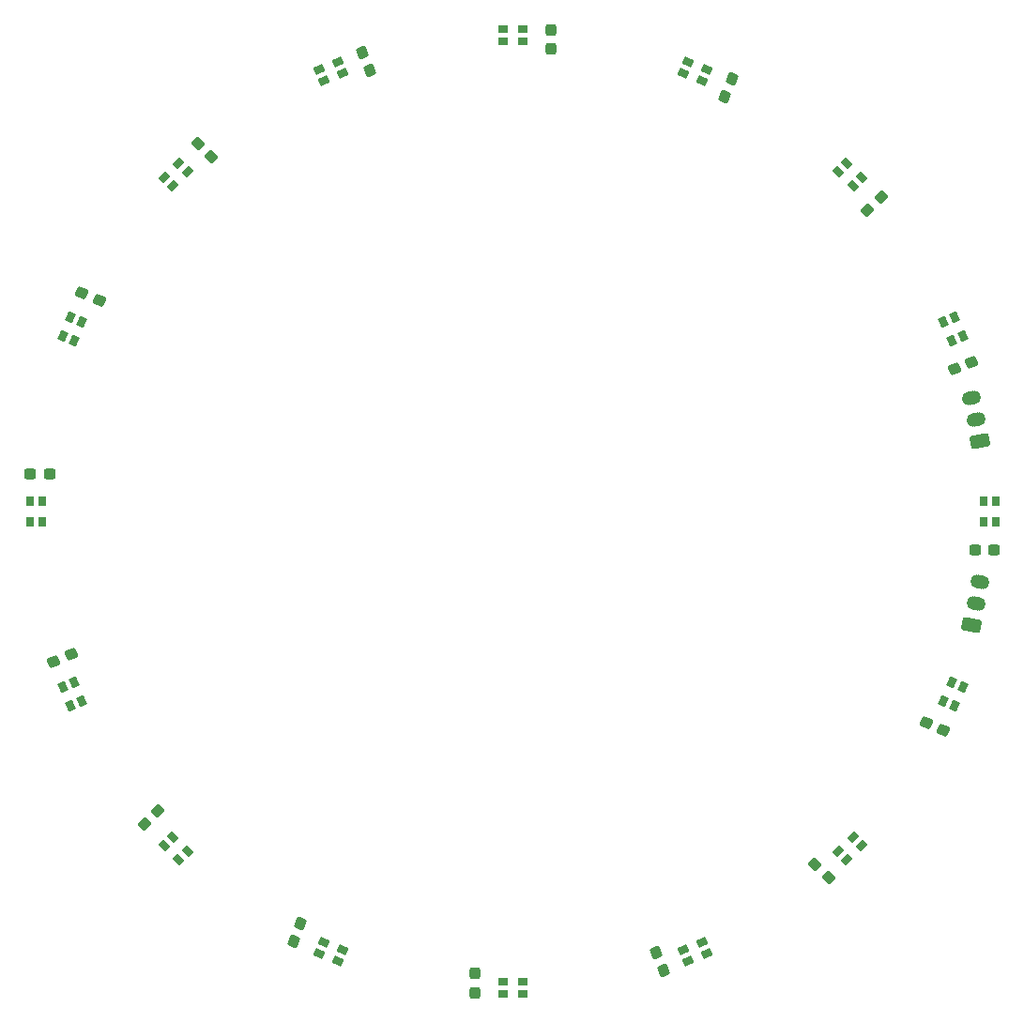
<source format=gbr>
%TF.GenerationSoftware,KiCad,Pcbnew,7.0.1*%
%TF.CreationDate,2024-02-10T23:33:58+09:00*%
%TF.ProjectId,LED_lighting_large,4c45445f-6c69-4676-9874-696e675f6c61,rev?*%
%TF.SameCoordinates,Original*%
%TF.FileFunction,Soldermask,Top*%
%TF.FilePolarity,Negative*%
%FSLAX46Y46*%
G04 Gerber Fmt 4.6, Leading zero omitted, Abs format (unit mm)*
G04 Created by KiCad (PCBNEW 7.0.1) date 2024-02-10 23:33:58*
%MOMM*%
%LPD*%
G01*
G04 APERTURE LIST*
G04 Aperture macros list*
%AMRoundRect*
0 Rectangle with rounded corners*
0 $1 Rounding radius*
0 $2 $3 $4 $5 $6 $7 $8 $9 X,Y pos of 4 corners*
0 Add a 4 corners polygon primitive as box body*
4,1,4,$2,$3,$4,$5,$6,$7,$8,$9,$2,$3,0*
0 Add four circle primitives for the rounded corners*
1,1,$1+$1,$2,$3*
1,1,$1+$1,$4,$5*
1,1,$1+$1,$6,$7*
1,1,$1+$1,$8,$9*
0 Add four rect primitives between the rounded corners*
20,1,$1+$1,$2,$3,$4,$5,0*
20,1,$1+$1,$4,$5,$6,$7,0*
20,1,$1+$1,$6,$7,$8,$9,0*
20,1,$1+$1,$8,$9,$2,$3,0*%
%AMHorizOval*
0 Thick line with rounded ends*
0 $1 width*
0 $2 $3 position (X,Y) of the first rounded end (center of the circle)*
0 $4 $5 position (X,Y) of the second rounded end (center of the circle)*
0 Add line between two ends*
20,1,$1,$2,$3,$4,$5,0*
0 Add two circle primitives to create the rounded ends*
1,1,$1,$2,$3*
1,1,$1,$4,$5*%
%AMRotRect*
0 Rectangle, with rotation*
0 The origin of the aperture is its center*
0 $1 length*
0 $2 width*
0 $3 Rotation angle, in degrees counterclockwise*
0 Add horizontal line*
21,1,$1,$2,0,0,$3*%
G04 Aperture macros list end*
%ADD10RoundRect,0.237500X-0.334226X0.186277X-0.104616X-0.368051X0.334226X-0.186277X0.104616X0.368051X0*%
%ADD11RoundRect,0.237500X-0.104616X0.368051X-0.334226X-0.186277X0.104616X-0.368051X0.334226X0.186277X0*%
%ADD12RoundRect,0.237500X0.380070X-0.044194X-0.044194X0.380070X-0.380070X0.044194X0.044194X-0.380070X0*%
%ADD13RotRect,0.900000X0.700000X247.500000*%
%ADD14RotRect,0.900000X0.700000X202.500000*%
%ADD15R,0.700000X0.900000*%
%ADD16RoundRect,0.237500X0.186277X0.334226X-0.368051X0.104616X-0.186277X-0.334226X0.368051X-0.104616X0*%
%ADD17RotRect,0.900000X0.700000X292.500000*%
%ADD18RotRect,0.900000X0.700000X22.500000*%
%ADD19RoundRect,0.237500X0.044194X0.380070X-0.380070X-0.044194X-0.044194X-0.380070X0.380070X0.044194X0*%
%ADD20R,0.900000X0.700000*%
%ADD21RotRect,0.900000X0.700000X315.000000*%
%ADD22RoundRect,0.237500X0.334226X-0.186277X0.104616X0.368051X-0.334226X0.186277X-0.104616X-0.368051X0*%
%ADD23RoundRect,0.237500X-0.186277X-0.334226X0.368051X-0.104616X0.186277X0.334226X-0.368051X0.104616X0*%
%ADD24RotRect,0.900000X0.700000X112.500000*%
%ADD25RoundRect,0.237500X-0.300000X-0.237500X0.300000X-0.237500X0.300000X0.237500X-0.300000X0.237500X0*%
%ADD26RotRect,0.900000X0.700000X157.500000*%
%ADD27RoundRect,0.237500X0.300000X0.237500X-0.300000X0.237500X-0.300000X-0.237500X0.300000X-0.237500X0*%
%ADD28RotRect,0.900000X0.700000X225.000000*%
%ADD29RotRect,0.900000X0.700000X337.500000*%
%ADD30RoundRect,0.237500X-0.237500X0.300000X-0.237500X-0.300000X0.237500X-0.300000X0.237500X0.300000X0*%
%ADD31RoundRect,0.237500X0.368051X0.104616X-0.186277X0.334226X-0.368051X-0.104616X0.186277X-0.334226X0*%
%ADD32RotRect,0.900000X0.700000X45.000000*%
%ADD33RoundRect,0.237500X-0.044194X-0.380070X0.380070X0.044194X0.044194X0.380070X-0.380070X-0.044194X0*%
%ADD34RoundRect,0.237500X0.104616X-0.368051X0.334226X0.186277X-0.104616X0.368051X-0.334226X-0.186277X0*%
%ADD35RoundRect,0.237500X-0.368051X-0.104616X0.186277X-0.334226X0.368051X0.104616X-0.186277X0.334226X0*%
%ADD36RotRect,0.900000X0.700000X135.000000*%
%ADD37RotRect,0.900000X0.700000X67.500000*%
%ADD38RoundRect,0.237500X-0.380070X0.044194X0.044194X-0.380070X0.380070X-0.044194X-0.044194X0.380070X0*%
%ADD39RoundRect,0.237500X0.237500X-0.300000X0.237500X0.300000X-0.237500X0.300000X-0.237500X-0.300000X0*%
%ADD40RoundRect,0.250000X0.544709X-0.465206X0.681272X0.221343X-0.544709X0.465206X-0.681272X-0.221343X0*%
%ADD41HorizOval,1.200000X-0.269716X0.053650X0.269716X-0.053650X0*%
%ADD42RoundRect,0.250000X0.681272X-0.221343X0.544709X0.465206X-0.681272X0.221343X-0.544709X-0.465206X0*%
%ADD43HorizOval,1.200000X0.269716X0.053650X-0.269716X-0.053650X0*%
G04 APERTURE END LIST*
D10*
%TO.C,C6*%
X-13592564Y41396846D03*
X-12932436Y39803154D03*
%TD*%
D11*
%TO.C,C4*%
X19800000Y39000000D03*
X19139872Y37406308D03*
%TD*%
D12*
%TO.C,C15*%
X28472380Y-33009880D03*
X27252620Y-31790120D03*
%TD*%
D13*
%TO.C,D16*%
X40585109Y-15820514D03*
X39568842Y-15399562D03*
X38868531Y-17090262D03*
X39884798Y-17511214D03*
%TD*%
D14*
%TO.C,D14*%
X17511214Y-39884798D03*
X17090262Y-38868531D03*
X15399562Y-39568842D03*
X15820514Y-40585109D03*
%TD*%
D15*
%TO.C,D1*%
X43550000Y915000D03*
X42450000Y915000D03*
X42450000Y-915000D03*
X43550000Y-915000D03*
%TD*%
D16*
%TO.C,C2*%
X41400000Y13500000D03*
X39806308Y12839872D03*
%TD*%
D17*
%TO.C,D2*%
X39884798Y17511214D03*
X38868531Y17090262D03*
X39568842Y15399562D03*
X40585109Y15820514D03*
%TD*%
D18*
%TO.C,D6*%
X-17511214Y39884798D03*
X-17090262Y38868531D03*
X-15399562Y39568842D03*
X-15820514Y40585109D03*
%TD*%
D19*
%TO.C,C3*%
X33200000Y28400000D03*
X31980240Y27180240D03*
%TD*%
D20*
%TO.C,D13*%
X915000Y-43550000D03*
X915000Y-42450000D03*
X-915000Y-42450000D03*
X-915000Y-43550000D03*
%TD*%
D21*
%TO.C,D3*%
X30147498Y31441503D03*
X29369681Y30663686D03*
X30663686Y29369681D03*
X31441503Y30147498D03*
%TD*%
D22*
%TO.C,C14*%
X13592564Y-41396846D03*
X12932436Y-39803154D03*
%TD*%
D23*
%TO.C,C10*%
X-41459346Y-13530064D03*
X-39865654Y-12869936D03*
%TD*%
D24*
%TO.C,D10*%
X-39884798Y-17511214D03*
X-38868531Y-17090262D03*
X-39568842Y-15399562D03*
X-40585109Y-15820514D03*
%TD*%
D25*
%TO.C,C9*%
X-43525000Y3400000D03*
X-41800000Y3400000D03*
%TD*%
D26*
%TO.C,D12*%
X-15820514Y-40585109D03*
X-15399562Y-39568842D03*
X-17090262Y-38868531D03*
X-17511214Y-39884798D03*
%TD*%
D27*
%TO.C,C1*%
X43400000Y-3500000D03*
X41675000Y-3500000D03*
%TD*%
D28*
%TO.C,D15*%
X31441503Y-30147498D03*
X30663686Y-29369681D03*
X29369681Y-30663686D03*
X30147498Y-31441503D03*
%TD*%
D29*
%TO.C,D4*%
X15820514Y40585109D03*
X15399562Y39568842D03*
X17090262Y38868531D03*
X17511214Y39884798D03*
%TD*%
D30*
%TO.C,C5*%
X3400000Y43462500D03*
X3400000Y41737500D03*
%TD*%
D31*
%TO.C,C16*%
X38859346Y-19730064D03*
X37265654Y-19069936D03*
%TD*%
D32*
%TO.C,D7*%
X-31441503Y30147498D03*
X-30663686Y29369681D03*
X-29369681Y30663686D03*
X-30147498Y31441503D03*
%TD*%
D33*
%TO.C,C11*%
X-33219760Y-28219760D03*
X-32000000Y-27000000D03*
%TD*%
D15*
%TO.C,D9*%
X-43550000Y-915000D03*
X-42450000Y-915000D03*
X-42450000Y915000D03*
X-43550000Y915000D03*
%TD*%
D34*
%TO.C,C12*%
X-19792564Y-38796846D03*
X-19132436Y-37203154D03*
%TD*%
D35*
%TO.C,C8*%
X-38859346Y19730064D03*
X-37265654Y19069936D03*
%TD*%
D36*
%TO.C,D11*%
X-30147498Y-31441503D03*
X-29369681Y-30663686D03*
X-30663686Y-29369681D03*
X-31441503Y-30147498D03*
%TD*%
D20*
%TO.C,D5*%
X-915000Y43550000D03*
X-915000Y42450000D03*
X915000Y42450000D03*
X915000Y43550000D03*
%TD*%
D37*
%TO.C,D8*%
X-40585109Y15820514D03*
X-39568842Y15399562D03*
X-38868531Y17090262D03*
X-39884798Y17511214D03*
%TD*%
D38*
%TO.C,C7*%
X-28409880Y33209880D03*
X-27190120Y31990120D03*
%TD*%
D39*
%TO.C,C13*%
X-3400000Y-43400000D03*
X-3400000Y-41675000D03*
%TD*%
D40*
%TO.C,J2*%
X41361849Y-10266566D03*
D41*
X41752029Y-8304995D03*
X42142210Y-6343425D03*
%TD*%
D42*
%TO.C,J1*%
X42142210Y6343425D03*
D43*
X41752029Y8304995D03*
X41361849Y10266566D03*
%TD*%
M02*

</source>
